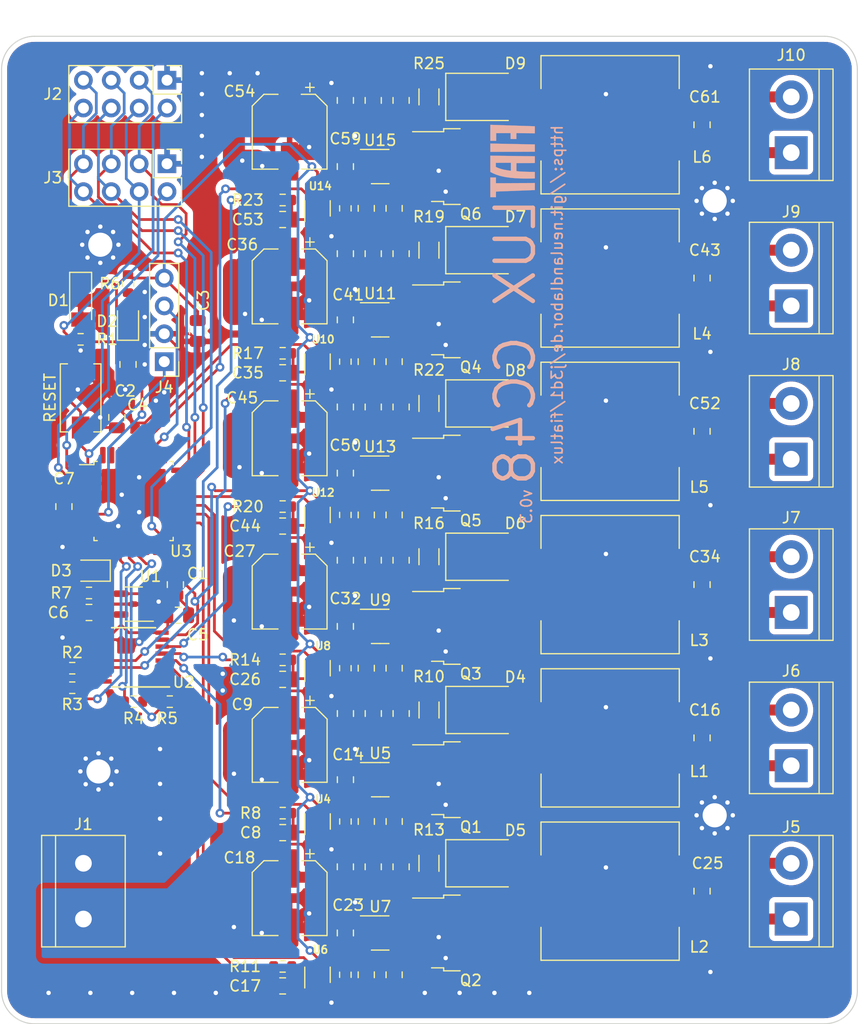
<source format=kicad_pcb>
(kicad_pcb (version 20211014) (generator pcbnew)

  (general
    (thickness 1.6)
  )

  (paper "A4")
  (layers
    (0 "F.Cu" signal)
    (31 "B.Cu" signal)
    (32 "B.Adhes" user "B.Adhesive")
    (33 "F.Adhes" user "F.Adhesive")
    (34 "B.Paste" user)
    (35 "F.Paste" user)
    (36 "B.SilkS" user "B.Silkscreen")
    (37 "F.SilkS" user "F.Silkscreen")
    (38 "B.Mask" user)
    (39 "F.Mask" user)
    (40 "Dwgs.User" user "User.Drawings")
    (41 "Cmts.User" user "User.Comments")
    (42 "Eco1.User" user "User.Eco1")
    (43 "Eco2.User" user "User.Eco2")
    (44 "Edge.Cuts" user)
    (45 "Margin" user)
    (46 "B.CrtYd" user "B.Courtyard")
    (47 "F.CrtYd" user "F.Courtyard")
    (48 "B.Fab" user)
    (49 "F.Fab" user)
    (50 "User.1" user "Nutzer.1")
    (51 "User.2" user "Nutzer.2")
    (52 "User.3" user "Nutzer.3")
    (53 "User.4" user "Nutzer.4")
    (54 "User.5" user "Nutzer.5")
    (55 "User.6" user "Nutzer.6")
    (56 "User.7" user "Nutzer.7")
    (57 "User.8" user "Nutzer.8")
    (58 "User.9" user "Nutzer.9")
  )

  (setup
    (stackup
      (layer "F.SilkS" (type "Top Silk Screen"))
      (layer "F.Paste" (type "Top Solder Paste"))
      (layer "F.Mask" (type "Top Solder Mask") (thickness 0.01))
      (layer "F.Cu" (type "copper") (thickness 0.035))
      (layer "dielectric 1" (type "core") (thickness 1.51) (material "FR4") (epsilon_r 4.5) (loss_tangent 0.02))
      (layer "B.Cu" (type "copper") (thickness 0.035))
      (layer "B.Mask" (type "Bottom Solder Mask") (thickness 0.01))
      (layer "B.Paste" (type "Bottom Solder Paste"))
      (layer "B.SilkS" (type "Bottom Silk Screen"))
      (copper_finish "None")
      (dielectric_constraints no)
    )
    (pad_to_mask_clearance 0)
    (grid_origin 167.894 27.686)
    (pcbplotparams
      (layerselection 0x00010fc_ffffffff)
      (disableapertmacros false)
      (usegerberextensions false)
      (usegerberattributes true)
      (usegerberadvancedattributes true)
      (creategerberjobfile true)
      (svguseinch false)
      (svgprecision 6)
      (excludeedgelayer true)
      (plotframeref false)
      (viasonmask false)
      (mode 1)
      (useauxorigin false)
      (hpglpennumber 1)
      (hpglpenspeed 20)
      (hpglpendiameter 15.000000)
      (dxfpolygonmode true)
      (dxfimperialunits true)
      (dxfusepcbnewfont true)
      (psnegative false)
      (psa4output false)
      (plotreference true)
      (plotvalue true)
      (plotinvisibletext false)
      (sketchpadsonfab false)
      (subtractmaskfromsilk false)
      (outputformat 1)
      (mirror false)
      (drillshape 1)
      (scaleselection 1)
      (outputdirectory "")
    )
  )

  (net 0 "")
  (net 1 "+3V3")
  (net 2 "GND")
  (net 3 "~{BUSRST}")
  (net 4 "Net-(C5-Pad1)")
  (net 5 "Net-(C7-Pad1)")
  (net 6 "/fiatlux_cc48_channel_driver2/DRI_DIM")
  (net 7 "+48V")
  (net 8 "/fiatlux_cc48_channel_driver2/DRI_48V")
  (net 9 "/fiatlux_cc48_channel_driver2/DRI_VCC")
  (net 10 "/fiatlux_cc48_channel_driver2/DRI_COM")
  (net 11 "/fiatlux_cc48_channel_driver2/OUT+")
  (net 12 "/fiatlux_cc48_channel_driver2/OUT-")
  (net 13 "/fiatlux_cc48_channel_driver1/DRI_DIM")
  (net 14 "/fiatlux_cc48_channel_driver1/DRI_48V")
  (net 15 "/fiatlux_cc48_channel_driver1/DRI_VCC")
  (net 16 "/fiatlux_cc48_channel_driver1/DRI_COM")
  (net 17 "/fiatlux_cc48_channel_driver1/OUT+")
  (net 18 "/fiatlux_cc48_channel_driver1/OUT-")
  (net 19 "/fiatlux_cc48_channel_driver3/DRI_DIM")
  (net 20 "/fiatlux_cc48_channel_driver3/DRI_48V")
  (net 21 "/fiatlux_cc48_channel_driver3/DRI_VCC")
  (net 22 "/fiatlux_cc48_channel_driver3/DRI_COM")
  (net 23 "/fiatlux_cc48_channel_driver3/OUT+")
  (net 24 "/fiatlux_cc48_channel_driver3/OUT-")
  (net 25 "/fiatlux_cc48_channel_driver5/DRI_DIM")
  (net 26 "/fiatlux_cc48_channel_driver5/DRI_48V")
  (net 27 "/fiatlux_cc48_channel_driver5/DRI_VCC")
  (net 28 "/fiatlux_cc48_channel_driver5/DRI_COM")
  (net 29 "/fiatlux_cc48_channel_driver5/OUT+")
  (net 30 "/fiatlux_cc48_channel_driver5/OUT-")
  (net 31 "Net-(D2-Pad2)")
  (net 32 "ACT_LED")
  (net 33 "Net-(D3-Pad2)")
  (net 34 "/fiatlux_cc48_channel_driver4/DRI_DIM")
  (net 35 "/fiatlux_cc48_channel_driver4/DRI_48V")
  (net 36 "/fiatlux_cc48_channel_driver4/DRI_VCC")
  (net 37 "/fiatlux_cc48_channel_driver4/DRI_COM")
  (net 38 "/fiatlux_cc48_channel_driver4/OUT+")
  (net 39 "/fiatlux_cc48_channel_driver4/OUT-")
  (net 40 "SWIM")
  (net 41 "/fiatlux_cc48_channel_driver6/DRI_DIM")
  (net 42 "/fiatlux_cc48_channel_driver6/DRI_48V")
  (net 43 "/fiatlux_cc48_channel_driver6/DRI_VCC")
  (net 44 "/fiatlux_cc48_channel_driver6/DRI_COM")
  (net 45 "/fiatlux_cc48_channel_driver6/OUT+")
  (net 46 "/fiatlux_cc48_channel_driver6/OUT-")
  (net 47 "/fiatlux_cc48_channel_driver2/DRI_SOURCE")
  (net 48 "/fiatlux_cc48_channel_driver1/DRI_SOURCE")
  (net 49 "/fiatlux_cc48_channel_driver3/DRI_SOURCE")
  (net 50 "DAC_SYNC")
  (net 51 "Net-(R2-Pad2)")
  (net 52 "SCLK")
  (net 53 "Net-(R3-Pad2)")
  (net 54 "MOSI")
  (net 55 "Net-(R4-Pad2)")
  (net 56 "MISO")
  (net 57 "Net-(R5-Pad2)")
  (net 58 "CH2_DIM")
  (net 59 "Net-(R9-Pad1)")
  (net 60 "CH1_DIM")
  (net 61 "Net-(R12-Pad1)")
  (net 62 "CH3_DIM")
  (net 63 "Net-(R15-Pad1)")
  (net 64 "CH5_DIM")
  (net 65 "Net-(R18-Pad1)")
  (net 66 "CH4_DIM")
  (net 67 "Net-(R21-Pad1)")
  (net 68 "CH6_DIM")
  (net 69 "Net-(R24-Pad1)")
  (net 70 "unconnected-(U1-Pad1)")
  (net 71 "unconnected-(U2-Pad11)")
  (net 72 "unconnected-(U2-Pad12)")
  (net 73 "INIT_{IN}")
  (net 74 "~{INT}")
  (net 75 "INIT_{OUT}")
  (net 76 "unconnected-(U3-Pad9)")
  (net 77 "SW_SCLK")
  (net 78 "SW_MOSI")
  (net 79 "SW_MISO")
  (net 80 "unconnected-(U3-Pad17)")
  (net 81 "CH1_PWM")
  (net 82 "CH2_PWM")
  (net 83 "CH3_PWM")
  (net 84 "CH4_PWM")
  (net 85 "unconnected-(U3-Pad25)")
  (net 86 "unconnected-(U3-Pad27)")
  (net 87 "CH6_PWM")
  (net 88 "CH5_PWM")
  (net 89 "unconnected-(U3-Pad32)")
  (net 90 "/fiatlux_cc48_channel_driver5/DRI_SOURCE")
  (net 91 "/fiatlux_cc48_channel_driver4/DRI_SOURCE")
  (net 92 "/fiatlux_cc48_channel_driver6/DRI_SOURCE")
  (net 93 "/fiatlux_cc48_channel_driver2/DRI_GATE")
  (net 94 "/fiatlux_cc48_channel_driver1/DRI_GATE")
  (net 95 "/fiatlux_cc48_channel_driver3/DRI_GATE")
  (net 96 "/fiatlux_cc48_channel_driver5/DRI_GATE")
  (net 97 "/fiatlux_cc48_channel_driver4/DRI_GATE")
  (net 98 "/fiatlux_cc48_channel_driver6/DRI_GATE")
  (net 99 "unconnected-(U3-Pad30)")
  (net 100 "unconnected-(U3-Pad31)")
  (net 101 "unconnected-(U3-Pad14)")
  (net 102 "unconnected-(U3-Pad15)")
  (net 103 "unconnected-(U3-Pad7)")

  (footprint "Inductor_SMD:L_12x12mm_H8mm" (layer "F.Cu") (at 213.36 73.66 180))

  (footprint "TerminalBlock:TerminalBlock_bornier-2_P5.08mm" (layer "F.Cu") (at 229.87 90.17 90))

  (footprint "Capacitor_SMD:C_0805_2012Metric" (layer "F.Cu") (at 183.515 110.236 180))

  (footprint "Capacitor_SMD:C_0805_2012Metric" (layer "F.Cu") (at 221.742 87.63 -90))

  (footprint "Package_TO_SOT_SMD:SOT-363_SC-70-6" (layer "F.Cu") (at 186.6955 95.25 90))

  (footprint "Capacitor_SMD:C_0805_2012Metric" (layer "F.Cu") (at 191.77 99.38 90))

  (footprint "TerminalBlock:TerminalBlock_bornier-2_P5.08mm" (layer "F.Cu") (at 229.87 76.2 90))

  (footprint "MountingHole:MountingHole_2.2mm_M2_Pad_Via" (layer "F.Cu") (at 222.894 38.686))

  (footprint "Resistor_SMD:R_1206_3216Metric" (layer "F.Cu") (at 196.85 99.06 90))

  (footprint "Diode_SMD:D_SMB" (layer "F.Cu") (at 201.93 57.15))

  (footprint "Connector_PinHeader_2.54mm:PinHeader_1x04_P2.54mm_Vertical" (layer "F.Cu") (at 172.72 53.34 180))

  (footprint "Package_TO_SOT_SMD:SOT-363_SC-70-6" (layer "F.Cu") (at 186.69 109.22 90))

  (footprint "Capacitor_SMD:C_0805_2012Metric" (layer "F.Cu") (at 189.23 71.44 90))

  (footprint "Capacitor_SMD:CP_Elec_6.3x4.5" (layer "F.Cu") (at 184.15 60.325 -90))

  (footprint "Connector_PinHeader_2.54mm:PinHeader_2x04_P2.54mm_Vertical" (layer "F.Cu") (at 172.974 35.306 -90))

  (footprint "NetTie:NetTie-2_SMD_Pad2.0mm" (layer "F.Cu") (at 179.07 33.02 -90))

  (footprint "Package_TO_SOT_SMD:SOT-23-6" (layer "F.Cu") (at 192.405 63.5))

  (footprint "Capacitor_SMD:C_0805_2012Metric" (layer "F.Cu") (at 191.77 57.47 90))

  (footprint "Capacitor_SMD:C_0805_2012Metric" (layer "F.Cu") (at 193.675 67.31 -90))

  (footprint "Capacitor_SMD:C_0805_2012Metric" (layer "F.Cu") (at 193.675 109.22 -90))

  (footprint "Package_TO_SOT_SMD:TO-252-2" (layer "F.Cu") (at 200.6655 91.44))

  (footprint "Connector_PinHeader_2.54mm:PinHeader_2x04_P2.54mm_Vertical" (layer "F.Cu") (at 172.974 27.686 -90))

  (footprint "Package_TO_SOT_SMD:TO-252-2" (layer "F.Cu") (at 200.66 77.47))

  (footprint "Resistor_SMD:R_0603_1608Metric" (layer "F.Cu") (at 183.515 80.518))

  (footprint "Diode_SMD:D_SMB" (layer "F.Cu") (at 201.93 29.21))

  (footprint "Capacitor_SMD:C_0805_2012Metric" (layer "F.Cu") (at 191.135 109.22 -90))

  (footprint "TerminalBlock:TerminalBlock_bornier-2_P5.08mm" (layer "F.Cu") (at 165.354 99.06 -90))

  (footprint "Diode_SMD:D_SMB" (layer "F.Cu") (at 201.93 99.06))

  (footprint "Diode_SMD:D_SMB" (layer "F.Cu") (at 201.93 43.18))

  (footprint "Capacitor_SMD:C_0805_2012Metric" (layer "F.Cu") (at 193.6805 95.25 -90))

  (footprint "MountingHole:MountingHole_2.2mm_M2_Pad_Via" (layer "F.Cu") (at 166.727274 90.686))

  (footprint "Inductor_SMD:L_12x12mm_H8mm" (layer "F.Cu") (at 213.36 45.72 180))

  (footprint "Package_TO_SOT_SMD:SOT-363_SC-70-6" (layer "F.Cu") (at 186.69 67.31 90))

  (footprint "Package_TO_SOT_SMD:SOT-363_SC-70-6" (layer "F.Cu") (at 186.69 53.34 90))

  (footprint "Diode_SMD:D_SMB" (layer "F.Cu") (at 201.9355 85.09))

  (footprint "Capacitor_SMD:CP_Elec_6.3x4.5" (layer "F.Cu") (at 184.15 46.482 -90))

  (footprint "MountingHole:MountingHole_2.2mm_M2_Pad_Via" (layer "F.Cu") (at 166.894 42.686))

  (footprint "Package_TO_SOT_SMD:SOT-23-6" (layer "F.Cu") (at 192.405 35.56))

  (footprint "Capacitor_SMD:C_0805_2012Metric" (layer "F.Cu") (at 221.742 31.75 -90))

  (footprint "Resistor_SMD:R_0603_1608Metric" (layer "F.Cu") (at 189.23 81.28 -90))

  (footprint "Resistor_SMD:R_0603_1608Metric" (layer "F.Cu") (at 164.338 81.28))

  (footprint "NetTie:NetTie-2_SMD_Pad2.0mm" (layer "F.Cu") (at 179.07 46.99 -90))

  (footprint "Capacitor_SMD:C_0805_2012Metric" (layer "F.Cu") (at 191.1405 95.25 -90))

  (footprint "LED_SMD:LED_0805_2012Metric" (layer "F.Cu") (at 169.418 49.7055 90))

  (footprint "Capacitor_SMD:C_0805_2012Metric" (layer "F.Cu") (at 173.736 73.66 -90))

  (footprint "Capacitor_SMD:C_0805_2012Metric" (layer "F.Cu") (at 194.31 29.53 90))

  (footprint "Capacitor_SMD:C_0805_2012Metric" (layer "F.Cu") (at 183.5205 96.266 180))

  (footprint "Inductor_SMD:L_12x12mm_H8mm" (layer "F.Cu") (at 213.36 101.6 180))

  (footprint "Capacitor_SMD:C_0805_2012Metric" (layer "F.Cu")
    (tedit 5F68FEEE) (tstamp 4b94f0b2-9d37-4f3b-98fd-b79691b03ffe)
    (at 189.2355 91.44 90)
    (descr "Capacitor SMD 0805 (2012 Metric), square (rectangular) end terminal, IPC_7351 nominal, (Body size source: IPC-SM-782 page 76, https://www.pcb-3d.com/wordpress/wp-content/uploads/ipc-sm-782a_amendment_1_and_2.pdf, https://docs.google.com/spreadsheets/d/1BsfQQcO9C6DZCsRaXUlFlo91Tg2WpOkGARC1WS5S8t0/edit?usp=sharing), generated with kicad-footprint-generator")
    (tags "capacitor")
    (property "Sheetfile" "fiatlux_cc48_channel_driver.kicad_sch")
    (property "Sheetname" "fiatlux_cc48_channel_driver2")
    (path "/d33c1df4-7e91-4c8a-86ff-6749f0933357/fe129725-1539-4b05-a8ee-77f84841f2db")
    (attr smd)
    (fp_text reference "C14" (at 2.286 0.2485 180) (layer "F.SilkS")
      (effects (font (size 1 1) (thickness 0.15)))
      (tstamp 042ccefc-812b-4f75-8e03-987249bced39)
    )
    (fp_text value "1n" (at -3.81 1.68 90) (layer "F.Fab")
      (effects (font (size 1 1) (thickness 0.15)))
      (tstamp 61af1eab-3f35-486b-9084-835ac6822aeb)
    )
    (fp_text user "${REFERENCE}" (at 0 0 90) (layer "F.Fab")
      (effects (font (size 0.5 0.5) (thickness 0.08)))
      (tstamp 8f5d969e-c20b-46df-a57f-c4854fc45778)
    )
    (fp_line (start -0.261252 0.735) (end 0.261252 0.735) (layer "F.SilkS") (width 0.12) (tstamp 8ee2d414-1ee7-46cb-af77-1a7e2ec49f6f))
    (fp_line (start -0.261252 -0.735) (end 0.261252 -0.735) (layer "F.SilkS") (width 0.12) (tstamp dd5de6b5-3708-4842-a510-05b883c590d1))
    (fp_line (start -1.7
... [1142746 chars truncated]
</source>
